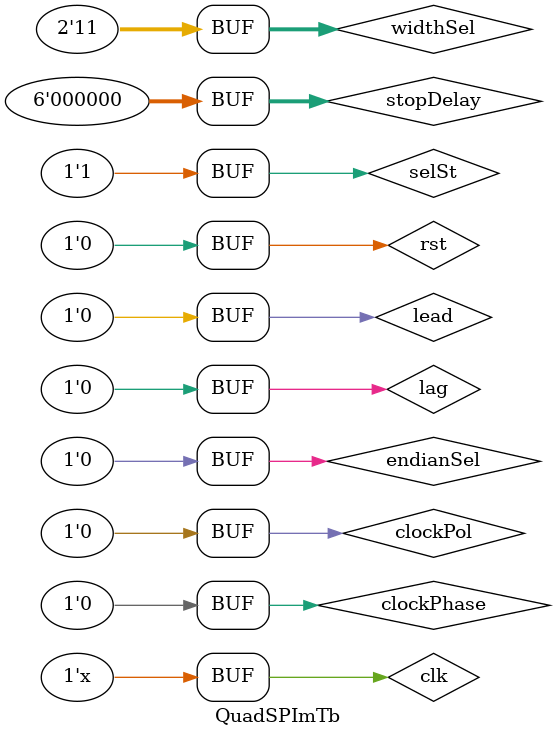
<source format=v>
`timescale 1ns / 1ps

module QuadSPImTb ();


parameter CLK_PERIOD = 8.13; // Clock period in ns

//================================================================================
//  REG/WIRE
//================================================================================
reg rst;
reg clk;

localparam [31:0] startData = 32'h1;
// localparam [31:0] startData = 32'h0A0B0C0D;

reg [31:0] data;
reg [31:0] dataS;

wire [1:0] widthSel  = 2'h3;
wire clockPol = 1'b0;
wire clockPhase = 1'b0;
wire endianSel = 1'b0;
wire lag = 1'b0;
wire lead = 1'b0;
wire [5:0] stopDelay = 6'h0;
wire selSt = 1'b1;
wire val;
wire valS;

reg [31:0] tbCnt;

wire start = (tbCnt>=100);
wire fifoEmpty = (tbCnt >= 500);

//================================================================================
//  ASSIGNMENTS
//================================================================================


//================================================================================
//  CODING
//================================================================================	

always #(CLK_PERIOD/2) clk = ~clk;

initial begin
	clk = 0;
	rst = 0;
	#40
	rst = 1;
	#100
	rst = 0;
end

always @(posedge clk) begin
	if (rst) begin
		tbCnt <= 0;
	end else begin
		tbCnt <= tbCnt+1;
	end
end

always @(posedge clk) begin
	if (rst) begin
		data <= startData;
	end else if (val) begin
		data <= data+32'h1000;
	end
end

always @(posedge clk) begin
	if (rst) begin
		dataS <= startData;
	end else if (valS) begin
		dataS <= dataS+32'h1000;
	end
end

QuadSPIm QuadSPIm
(
	.Clk_i(clk),
	.Start_i(start),
	.Rst_i(rst),
	.EmptyFlag_i(fifoEmpty),
	.SpiData_i(data),
	.Sck_o(),
	.Ss_o(),
	.Mosi0_o(),
	.Mosi1_o(),
	.Mosi2_o(),
	.Mosi3_o(),
	.WidthSel_i(widthSel),
	.PulsePol_i(clockPol),
	.ClockPhase_i(clockPhase),
	.EndianSel_i(endianSel),
	.Lag_i(lag),
	.Lead_i(lead),
	.Stop_i(stopDelay),
	.SelSt_i(selSt),
	.Val_o(val)
);

SPIm Spi
(
    .Clk_i			(clk),
    .Rst_i			(rst),
    .Start_i		(start),
    .EmptyFlag_i	(fifoEmpty),
    .ClockPhase_i	(clockPol),
    .SpiData_i		(dataS),
    .SelSt_i		(selSt),
    .WidthSel_i		(widthSel),
    .Lag_i			(lag),
    .Lead_i			(lead),
    .EndianSel_i	(endianSel),
    .Stop_i			(stopDelay),
    .PulsePol_i		(clockPol),


    .Mosi0_o		(),
    .Sck_o			(),
    .Ss_o			(),
    .Val_o			(valS)
);			
endmodule
</source>
